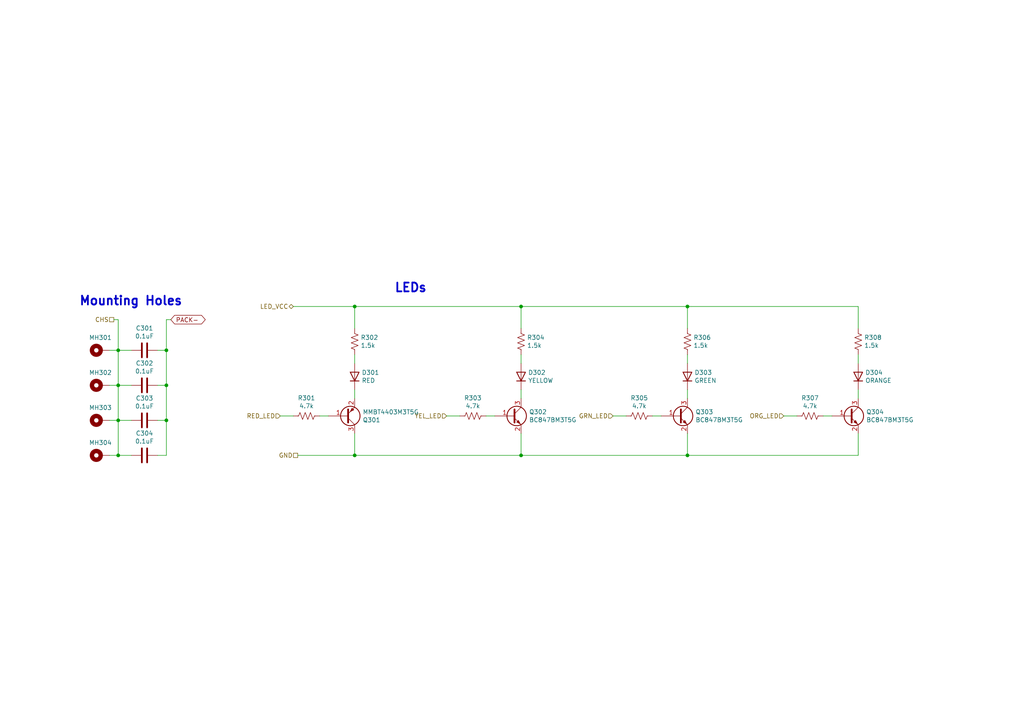
<source format=kicad_sch>
(kicad_sch (version 20230121) (generator eeschema)
  (paper "A4")
  (lib_symbols
    (symbol "Device:C" (pin_numbers hide) (pin_names (offset 0.254))
      (property "Reference" "C" (at 0.635 2.54 0))
      (property "Value" "C" (at 0.635 -2.54 0))
      (symbol "C_0_1"
        (polyline (pts (xy -2.032 -0.762) (xy 2.032 -0.762)) (stroke (width 0.508)))
        (polyline (pts (xy -2.032 0.762) (xy 2.032 0.762)) (stroke (width 0.508)))
      )
      (symbol "C_1_1"
        (pin passive line (at 0 3.81 270) (length 2.794) (name "~") (number "1"))
        (pin passive line (at 0 -3.81 90) (length 2.794) (name "~") (number "2"))
      )
    )
    (symbol "Device:D" (pin_numbers hide) (pin_names (offset 1.016) hide)
      (property "Reference" "D" (at 0 2.54 0))
      (property "Value" "D" (at 0 -2.54 0))
      (symbol "D_0_1"
        (polyline (pts (xy -1.27 1.27) (xy -1.27 -1.27)) (stroke (width 0.254)))
        (polyline (pts (xy 1.27 0) (xy -1.27 0)))
        (polyline (pts (xy 1.27 1.27) (xy 1.27 -1.27) (xy -1.27 0) (xy 1.27 1.27)) (stroke (width 0.254)))
      )
      (symbol "D_1_1"
        (pin passive line (at -3.81 0 0) (length 2.54) (name "K") (number "1"))
        (pin passive line (at 3.81 0 180) (length 2.54) (name "A") (number "2"))
      )
    )
    (symbol "Device:Q_NPN_BEC" (pin_names (offset 0) hide)
      (property "Reference" "Q" (at 5.08 1.27 0))
      (property "Value" "Q_NPN_BEC" (at 5.08 -1.27 0))
      (symbol "Q_NPN_BEC_0_1"
        (polyline (pts (xy 0.635 0.635) (xy 2.54 2.54)))
        (polyline (pts (xy 0.635 -0.635) (xy 2.54 -2.54) (xy 2.54 -2.54)))
        (polyline (pts (xy 0.635 1.905) (xy 0.635 -1.905) (xy 0.635 -1.905)) (stroke (width 0.508)))
        (polyline (pts (xy 1.27 -1.778) (xy 1.778 -1.27) (xy 2.286 -2.286) (xy 1.27 -1.778) (xy 1.27 -1.778)) (fill (type outline)))
        (circle (center 1.27 0) (radius 2.8194) (stroke (width 0.254)))
      )
      (symbol "Q_NPN_BEC_1_1"
        (pin input line (at -5.08 0 0) (length 5.715) (name "B") (number "1"))
        (pin passive line (at 2.54 -5.08 90) (length 2.54) (name "E") (number "2"))
        (pin passive line (at 2.54 5.08 270) (length 2.54) (name "C") (number "3"))
      )
    )
    (symbol "Device:Q_PNP_BEC" (pin_names (offset 0) hide)
      (property "Reference" "Q" (at 5.08 1.27 0))
      (property "Value" "Q_PNP_BEC" (at 5.08 -1.27 0))
      (symbol "Q_PNP_BEC_0_1"
        (polyline (pts (xy 0.635 0.635) (xy 2.54 2.54)))
        (polyline (pts (xy 0.635 -0.635) (xy 2.54 -2.54) (xy 2.54 -2.54)))
        (polyline (pts (xy 0.635 1.905) (xy 0.635 -1.905) (xy 0.635 -1.905)) (stroke (width 0.508)))
        (polyline (pts (xy 2.286 -1.778) (xy 1.778 -2.286) (xy 1.27 -1.27) (xy 2.286 -1.778) (xy 2.286 -1.778)) (fill (type outline)))
        (circle (center 1.27 0) (radius 2.8194) (stroke (width 0.254)))
      )
      (symbol "Q_PNP_BEC_1_1"
        (pin input line (at -5.08 0 0) (length 5.715) (name "B") (number "1"))
        (pin passive line (at 2.54 -5.08 90) (length 2.54) (name "E") (number "2"))
        (pin passive line (at 2.54 5.08 270) (length 2.54) (name "C") (number "3"))
      )
    )
    (symbol "Device:R_US" (pin_numbers hide) (pin_names (offset 0))
      (property "Reference" "R" (at 2.54 0 90))
      (property "Value" "R_US" (at -2.54 0 90))
      (symbol "R_US_0_1"
        (polyline (pts (xy 0 -2.286) (xy 0 -2.54)))
        (polyline (pts (xy 0 2.286) (xy 0 2.54)))
        (polyline (pts (xy 0 -0.762) (xy 1.016 -1.143) (xy 0 -1.524) (xy -1.016 -1.905) (xy 0 -2.286)))
        (polyline (pts (xy 0 0.762) (xy 1.016 0.381) (xy 0 0) (xy -1.016 -0.381) (xy 0 -0.762)))
        (polyline (pts (xy 0 2.286) (xy 1.016 1.905) (xy 0 1.524) (xy -1.016 1.143) (xy 0 0.762)))
      )
      (symbol "R_US_1_1"
        (pin passive line (at 0 3.81 270) (length 1.27) (name "~") (number "1"))
        (pin passive line (at 0 -3.81 90) (length 1.27) (name "~") (number "2"))
      )
    )
    (symbol "Mechanical:MountingHole_Pad" (pin_numbers hide) (pin_names (offset 1.016) hide)
      (property "Reference" "H" (at 0 6.35 0))
      (property "Value" "MountingHole_Pad" (at 0 4.445 0))
      (symbol "MountingHole_Pad_0_1"
        (circle (center 0 1.27) (radius 1.27) (stroke (width 1.27)))
      )
      (symbol "MountingHole_Pad_1_1"
        (pin input line (at 0 -2.54 90) (length 2.54) (name "1") (number "1"))
      )
    )
  )
  (junction (at 102.87 88.9))
  (junction (at 151.13 132.08))
  (junction (at 199.39 88.9))
  (junction (at 102.87 132.08))
  (junction (at 151.13 88.9))
  (junction (at 34.29 132.08))
  (junction (at 48.26 101.6))
  (junction (at 34.29 111.76))
  (junction (at 199.39 132.08))
  (junction (at 48.26 121.92))
  (junction (at 34.29 121.92))
  (junction (at 34.29 101.6))
  (junction (at 48.26 111.76))
  (wire (pts (xy 102.87 88.9) (xy 102.87 95.25)))
  (wire (pts (xy 38.1 101.6) (xy 34.29 101.6)))
  (wire (pts (xy 102.87 88.9) (xy 151.13 88.9)))
  (wire (pts (xy 34.29 92.71) (xy 34.29 101.6)))
  (wire (pts (xy 151.13 132.08) (xy 151.13 125.73)))
  (wire (pts (xy 48.26 101.6) (xy 48.26 111.76)))
  (wire (pts (xy 34.29 121.92) (xy 34.29 132.08)))
  (wire (pts (xy 34.29 132.08) (xy 31.75 132.08)))
  (wire (pts (xy 231.14 120.65) (xy 227.33 120.65)))
  (wire (pts (xy 199.39 102.87) (xy 199.39 105.41)))
  (wire (pts (xy 191.77 120.65) (xy 189.23 120.65)))
  (wire (pts (xy 133.35 120.65) (xy 129.54 120.65)))
  (wire (pts (xy 48.26 132.08) (xy 45.72 132.08)))
  (wire (pts (xy 248.92 88.9) (xy 248.92 95.25)))
  (wire (pts (xy 31.75 111.76) (xy 34.29 111.76)))
  (wire (pts (xy 102.87 102.87) (xy 102.87 105.41)))
  (wire (pts (xy 38.1 121.92) (xy 34.29 121.92)))
  (wire (pts (xy 143.51 120.65) (xy 140.97 120.65)))
  (wire (pts (xy 248.92 102.87) (xy 248.92 105.41)))
  (wire (pts (xy 199.39 113.03) (xy 199.39 115.57)))
  (wire (pts (xy 151.13 88.9) (xy 151.13 95.25)))
  (wire (pts (xy 34.29 132.08) (xy 38.1 132.08)))
  (wire (pts (xy 85.09 88.9) (xy 102.87 88.9)))
  (wire (pts (xy 248.92 113.03) (xy 248.92 115.57)))
  (wire (pts (xy 102.87 132.08) (xy 151.13 132.08)))
  (wire (pts (xy 199.39 88.9) (xy 199.39 95.25)))
  (wire (pts (xy 86.36 132.08) (xy 102.87 132.08)))
  (wire (pts (xy 34.29 111.76) (xy 38.1 111.76)))
  (wire (pts (xy 151.13 88.9) (xy 199.39 88.9)))
  (wire (pts (xy 95.25 120.65) (xy 92.71 120.65)))
  (wire (pts (xy 48.26 121.92) (xy 48.26 132.08)))
  (wire (pts (xy 85.09 120.65) (xy 81.28 120.65)))
  (wire (pts (xy 151.13 113.03) (xy 151.13 115.57)))
  (wire (pts (xy 181.61 120.65) (xy 177.8 120.65)))
  (wire (pts (xy 34.29 101.6) (xy 31.75 101.6)))
  (wire (pts (xy 48.26 101.6) (xy 48.26 92.71)))
  (wire (pts (xy 199.39 132.08) (xy 248.92 132.08)))
  (wire (pts (xy 33.02 92.71) (xy 34.29 92.71)))
  (wire (pts (xy 248.92 132.08) (xy 248.92 125.73)))
  (wire (pts (xy 102.87 132.08) (xy 102.87 125.73)))
  (wire (pts (xy 151.13 102.87) (xy 151.13 105.41)))
  (wire (pts (xy 151.13 132.08) (xy 199.39 132.08)))
  (wire (pts (xy 48.26 92.71) (xy 49.53 92.71)))
  (wire (pts (xy 241.3 120.65) (xy 238.76 120.65)))
  (wire (pts (xy 102.87 113.03) (xy 102.87 115.57)))
  (wire (pts (xy 45.72 101.6) (xy 48.26 101.6)))
  (wire (pts (xy 31.75 121.92) (xy 34.29 121.92)))
  (wire (pts (xy 34.29 111.76) (xy 34.29 121.92)))
  (wire (pts (xy 34.29 101.6) (xy 34.29 111.76)))
  (wire (pts (xy 45.72 121.92) (xy 48.26 121.92)))
  (wire (pts (xy 45.72 111.76) (xy 48.26 111.76)))
  (wire (pts (xy 199.39 88.9) (xy 248.92 88.9)))
  (wire (pts (xy 199.39 132.08) (xy 199.39 125.73)))
  (wire (pts (xy 48.26 111.76) (xy 48.26 121.92)))
  (text "Mounting Holes" (at 22.86 88.9 0) (effects (font (size 2.54 2.54) (thickness 0.508) bold) (justify left bottom)))
  (text "do we even need power thru usb?\nusb data transmission only needs a common ground" (at 12.7 -7.62 0) (effects (font (size 2.54 2.54) (thickness 0.508) bold italic) (justify left bottom)))
  (text "LEDs" (at 114.3 85.09 0) (effects (font (size 2.54 2.54) (thickness 0.508) bold) (justify left bottom)))
  (global_label "PACK-" (shape bidirectional) (at 49.53 92.71 0) (property "Intersheetrefs" "${INTERSHEET_REFS}" (effects hide)))
  (hierarchical_label "YEL_LED" (shape input) (at 129.54 120.65 180))
  (hierarchical_label "LED_VCC" (shape bidirectional) (at 85.09 88.9 180))
  (hierarchical_label "GRN_LED" (shape input) (at 177.8 120.65 180))
  (hierarchical_label "ORG_LED" (shape input) (at 227.33 120.65 180))
  (hierarchical_label "CHS" (shape passive) (at 33.02 92.71 180))
  (hierarchical_label "RED_LED" (shape input) (at 81.28 120.65 180))
  (hierarchical_label "GND" (shape passive) (at 86.36 132.08 180))
  (symbol (lib_id "Device:R_US") (at 102.87 99.06 0) (unit 1)
    (property "Reference" "R302" (at 104.5972 97.8916 0) (effects (justify left)))
    (property "Value" "1.5k" (at 104.5972 100.203 0) (effects (justify left)))
    (property "Footprint" "Resistor_SMD:R_0402_1005Metric" (effects hide))
  )
  (symbol (lib_id "Device:D") (at 102.87 109.22 90) (unit 1)
    (property "Reference" "D301" (at 104.902 108.0516 90) (effects (justify right)))
    (property "Value" "RED" (at 104.902 110.363 90) (effects (justify right)))
    (property "Footprint" "SLI-Blank-Card:APA2107x" (effects hide))
    (property "Datasheet" "APA2107LSECK/J3-PRV" (effects hide))
    (property "Manufacturer_Part_Number" "APA2107LSECK/J3-PRV" (effects hide))
  )
  (symbol (lib_id "Device:Q_PNP_BEC") (at 100.33 120.65 0) (mirror x) (unit 1)
    (property "Reference" "Q301" (at 105.1814 121.8184 0) (effects (justify left)))
    (property "Value" "MMBT4403M3T5G" (at 105.1814 119.507 0) (effects (justify left)))
    (property "Footprint" "Package_TO_SOT_SMD:SOT-723" (effects hide))
    (property "Manufacturer_Part_Number" "MMBT4403M3T5G" (effects hide))
  )
  (symbol (lib_id "Device:R_US") (at 88.9 120.65 270) (unit 1)
    (property "Reference" "R301" (at 88.9 115.443 90))
    (property "Value" "4.7k" (at 88.9 117.7544 90))
    (property "Footprint" "Resistor_SMD:R_0402_1005Metric" (effects hide))
  )
  (symbol (lib_id "Device:R_US") (at 151.13 99.06 0) (unit 1)
    (property "Reference" "R304" (at 152.8572 97.8916 0) (effects (justify left)))
    (property "Value" "1.5k" (at 152.8572 100.203 0) (effects (justify left)))
    (property "Footprint" "Resistor_SMD:R_0402_1005Metric" (effects hide))
  )
  (symbol (lib_id "Device:D") (at 151.13 109.22 90) (unit 1)
    (property "Reference" "D302" (at 153.162 108.0516 90) (effects (justify right)))
    (property "Value" "YELLOW" (at 153.162 110.363 90) (effects (justify right)))
    (property "Footprint" "SLI-Blank-Card:APA2107x" (effects hide))
    (property "Datasheet" "APA2107SYCK/J3-PRV" (effects hide))
    (property "Manufacturer_Part_Number" "APA2107SYCK/J3-PRV" (effects hide))
  )
  (symbol (lib_id "Device:R_US") (at 137.16 120.65 270) (unit 1)
    (property "Reference" "R303" (at 137.16 115.443 90))
    (property "Value" "4.7k" (at 137.16 117.7544 90))
    (property "Footprint" "Resistor_SMD:R_0402_1005Metric" (effects hide))
  )
  (symbol (lib_id "Device:R_US") (at 199.39 99.06 0) (unit 1)
    (property "Reference" "R306" (at 201.1172 97.8916 0) (effects (justify left)))
    (property "Value" "1.5k" (at 201.1172 100.203 0) (effects (justify left)))
    (property "Footprint" "Resistor_SMD:R_0402_1005Metric" (effects hide))
  )
  (symbol (lib_id "Device:D") (at 199.39 109.22 90) (unit 1)
    (property "Reference" "D303" (at 201.422 108.0516 90) (effects (justify right)))
    (property "Value" "GREEN" (at 201.422 110.363 90) (effects (justify right)))
    (property "Footprint" "SLI-Blank-Card:APA2107x" (effects hide))
    (property "Datasheet" "APA2107CGCK" (effects hide))
    (property "Manufacturer_Part_Number" "APA2107CGCK" (effects hide))
  )
  (symbol (lib_id "Device:R_US") (at 185.42 120.65 270) (unit 1)
    (property "Reference" "R305" (at 185.42 115.443 90))
    (property "Value" "4.7k" (at 185.42 117.7544 90))
    (property "Footprint" "Resistor_SMD:R_0402_1005Metric" (effects hide))
  )
  (symbol (lib_id "Device:R_US") (at 248.92 99.06 0) (unit 1)
    (property "Reference" "R308" (at 250.6472 97.8916 0) (effects (justify left)))
    (property "Value" "1.5k" (at 250.6472 100.203 0) (effects (justify left)))
    (property "Footprint" "Resistor_SMD:R_0402_1005Metric" (effects hide))
  )
  (symbol (lib_id "Device:D") (at 248.92 109.22 90) (unit 1)
    (property "Reference" "D304" (at 250.952 108.0516 90) (effects (justify right)))
    (property "Value" "ORANGE" (at 250.952 110.363 90) (effects (justify right)))
    (property "Footprint" "SLI-Blank-Card:APA2107x" (effects hide))
    (property "Datasheet" "APA2107SECK/J4-PRV" (effects hide))
    (property "Manufacturer_Part_Number" "APA2107SECK/J4-PRV" (effects hide))
  )
  (symbol (lib_id "Device:R_US") (at 234.95 120.65 270) (unit 1)
    (property "Reference" "R307" (at 234.95 115.443 90))
    (property "Value" "4.7k" (at 234.95 117.7544 90))
    (property "Footprint" "Resistor_SMD:R_0402_1005Metric" (effects hide))
  )
  (symbol (lib_id "Device:Q_NPN_BEC") (at 148.59 120.65 0) (unit 1)
    (property "Reference" "Q302" (at 153.4414 119.4816 0) (effects (justify left)))
    (property "Value" "BC847BM3T5G" (at 153.4414 121.793 0) (effects (justify left)))
    (property "Footprint" "Package_TO_SOT_SMD:SOT-723" (effects hide))
    (property "Manufacturer_Part_Number" "BC847BM3T5G" (effects hide))
  )
  (symbol (lib_id "Device:Q_NPN_BEC") (at 196.85 120.65 0) (unit 1)
    (property "Reference" "Q303" (at 201.7014 119.4816 0) (effects (justify left)))
    (property "Value" "BC847BM3T5G" (at 201.7014 121.793 0) (effects (justify left)))
    (property "Footprint" "Package_TO_SOT_SMD:SOT-723" (effects hide))
    (property "Manufacturer_Part_Number" "BC847BM3T5G" (effects hide))
  )
  (symbol (lib_id "Device:Q_NPN_BEC") (at 246.38 120.65 0) (unit 1)
    (property "Reference" "Q304" (at 251.2314 119.4816 0) (effects (justify left)))
    (property "Value" "BC847BM3T5G" (at 251.2314 121.793 0) (effects (justify left)))
    (property "Footprint" "Package_TO_SOT_SMD:SOT-723" (effects hide))
    (property "Manufacturer_Part_Number" "BC847BM3T5G" (effects hide))
  )
  (symbol (lib_id "Mechanical:MountingHole_Pad") (at 29.21 101.6 90) (unit 1)
    (property "Reference" "MH301" (at 29.1338 97.917 90))
    (property "Value" "MountingHole_Pad" (effects hide))
    (property "Footprint" "SLI-Blank-Card:125mil_hole" (effects hide))
  )
  (symbol (lib_id "Mechanical:MountingHole_Pad") (at 29.21 111.76 90) (unit 1)
    (property "Reference" "MH302" (at 29.1338 108.077 90))
    (property "Value" "SLI-Backplane-Blank-Card-KiCad:125mil_hole" (effects hide))
    (property "Footprint" "SLI-Blank-Card:125mil_hole" (effects hide))
  )
  (symbol (lib_id "Mechanical:MountingHole_Pad") (at 29.21 121.92 90) (unit 1)
    (property "Reference" "MH303" (at 29.1338 118.237 90))
    (property "Value" "SLI-Backplane-Blank-Card-KiCad:125mil_hole" (effects hide))
    (property "Footprint" "SLI-Blank-Card:125mil_hole" (effects hide))
  )
  (symbol (lib_id "Mechanical:MountingHole_Pad") (at 29.21 132.08 90) (unit 1)
    (property "Reference" "MH304" (at 29.1338 128.397 90))
    (property "Value" "SLI-Backplane-Blank-Card-KiCad:125mil_hole" (effects hide))
    (property "Footprint" "SLI-Blank-Card:125mil_hole" (effects hide))
  )
  (symbol (lib_id "Device:C") (at 41.91 101.6 270) (unit 1)
    (property "Reference" "C301" (at 41.91 95.1992 90))
    (property "Value" "0.1uF" (at 41.91 97.5106 90))
    (property "Footprint" "Capacitor_SMD:C_0402_1005Metric" (effects hide))
  )
  (symbol (lib_id "Device:C") (at 41.91 111.76 270) (unit 1)
    (property "Reference" "C302" (at 41.91 105.3592 90))
    (property "Value" "0.1uF" (at 41.91 107.6706 90))
    (property "Footprint" "Capacitor_SMD:C_0402_1005Metric" (effects hide))
  )
  (symbol (lib_id "Device:C") (at 41.91 121.92 270) (unit 1)
    (property "Reference" "C303" (at 41.91 115.5192 90))
    (property "Value" "0.1uF" (at 41.91 117.8306 90))
    (property "Footprint" "Capacitor_SMD:C_0402_1005Metric" (effects hide))
  )
  (symbol (lib_id "Device:C") (at 41.91 132.08 270) (unit 1)
    (property "Reference" "C304" (at 41.91 125.6792 90))
    (property "Value" "0.1uF" (at 41.91 127.9906 90))
    (property "Footprint" "Capacitor_SMD:C_0402_1005Metric" (effects hide))
  )
)
</source>
